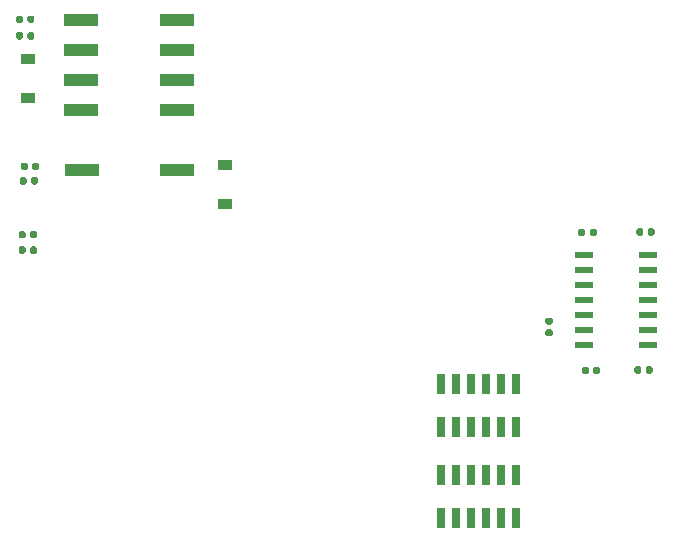
<source format=gbr>
G04 #@! TF.GenerationSoftware,KiCad,Pcbnew,5.1.6+dfsg1-1~bpo10+1*
G04 #@! TF.CreationDate,2021-06-19T16:41:49-04:00*
G04 #@! TF.ProjectId,RUSP_Daughterboard,52555350-5f44-4617-9567-68746572626f,rev?*
G04 #@! TF.SameCoordinates,Original*
G04 #@! TF.FileFunction,Paste,Bot*
G04 #@! TF.FilePolarity,Positive*
%FSLAX46Y46*%
G04 Gerber Fmt 4.6, Leading zero omitted, Abs format (unit mm)*
G04 Created by KiCad (PCBNEW 5.1.6+dfsg1-1~bpo10+1) date 2021-06-19 16:41:49*
%MOMM*%
%LPD*%
G01*
G04 APERTURE LIST*
%ADD10R,0.740000X1.675000*%
%ADD11R,1.500000X0.600000*%
%ADD12R,1.200000X0.900000*%
%ADD13R,3.000000X1.110000*%
G04 APERTURE END LIST*
G36*
G01*
X173180000Y-112677500D02*
X173180000Y-113022500D01*
G75*
G02*
X173032500Y-113170000I-147500J0D01*
G01*
X172737500Y-113170000D01*
G75*
G02*
X172590000Y-113022500I0J147500D01*
G01*
X172590000Y-112677500D01*
G75*
G02*
X172737500Y-112530000I147500J0D01*
G01*
X173032500Y-112530000D01*
G75*
G02*
X173180000Y-112677500I0J-147500D01*
G01*
G37*
G36*
G01*
X172210000Y-112677500D02*
X172210000Y-113022500D01*
G75*
G02*
X172062500Y-113170000I-147500J0D01*
G01*
X171767500Y-113170000D01*
G75*
G02*
X171620000Y-113022500I0J147500D01*
G01*
X171620000Y-112677500D01*
G75*
G02*
X171767500Y-112530000I147500J0D01*
G01*
X172062500Y-112530000D01*
G75*
G02*
X172210000Y-112677500I0J-147500D01*
G01*
G37*
G36*
G01*
X177490000Y-112972500D02*
X177490000Y-112627500D01*
G75*
G02*
X177637500Y-112480000I147500J0D01*
G01*
X177932500Y-112480000D01*
G75*
G02*
X178080000Y-112627500I0J-147500D01*
G01*
X178080000Y-112972500D01*
G75*
G02*
X177932500Y-113120000I-147500J0D01*
G01*
X177637500Y-113120000D01*
G75*
G02*
X177490000Y-112972500I0J147500D01*
G01*
G37*
G36*
G01*
X176520000Y-112972500D02*
X176520000Y-112627500D01*
G75*
G02*
X176667500Y-112480000I147500J0D01*
G01*
X176962500Y-112480000D01*
G75*
G02*
X177110000Y-112627500I0J-147500D01*
G01*
X177110000Y-112972500D01*
G75*
G02*
X176962500Y-113120000I-147500J0D01*
G01*
X176667500Y-113120000D01*
G75*
G02*
X176520000Y-112972500I0J147500D01*
G01*
G37*
G36*
G01*
X124610000Y-96027500D02*
X124610000Y-96372500D01*
G75*
G02*
X124462500Y-96520000I-147500J0D01*
G01*
X124167500Y-96520000D01*
G75*
G02*
X124020000Y-96372500I0J147500D01*
G01*
X124020000Y-96027500D01*
G75*
G02*
X124167500Y-95880000I147500J0D01*
G01*
X124462500Y-95880000D01*
G75*
G02*
X124610000Y-96027500I0J-147500D01*
G01*
G37*
G36*
G01*
X125580000Y-96027500D02*
X125580000Y-96372500D01*
G75*
G02*
X125432500Y-96520000I-147500J0D01*
G01*
X125137500Y-96520000D01*
G75*
G02*
X124990000Y-96372500I0J147500D01*
G01*
X124990000Y-96027500D01*
G75*
G02*
X125137500Y-95880000I147500J0D01*
G01*
X125432500Y-95880000D01*
G75*
G02*
X125580000Y-96027500I0J-147500D01*
G01*
G37*
G36*
G01*
X124835000Y-114177500D02*
X124835000Y-114522500D01*
G75*
G02*
X124687500Y-114670000I-147500J0D01*
G01*
X124392500Y-114670000D01*
G75*
G02*
X124245000Y-114522500I0J147500D01*
G01*
X124245000Y-114177500D01*
G75*
G02*
X124392500Y-114030000I147500J0D01*
G01*
X124687500Y-114030000D01*
G75*
G02*
X124835000Y-114177500I0J-147500D01*
G01*
G37*
G36*
G01*
X125805000Y-114177500D02*
X125805000Y-114522500D01*
G75*
G02*
X125657500Y-114670000I-147500J0D01*
G01*
X125362500Y-114670000D01*
G75*
G02*
X125215000Y-114522500I0J147500D01*
G01*
X125215000Y-114177500D01*
G75*
G02*
X125362500Y-114030000I147500J0D01*
G01*
X125657500Y-114030000D01*
G75*
G02*
X125805000Y-114177500I0J-147500D01*
G01*
G37*
G36*
G01*
X125970000Y-107077500D02*
X125970000Y-107422500D01*
G75*
G02*
X125822500Y-107570000I-147500J0D01*
G01*
X125527500Y-107570000D01*
G75*
G02*
X125380000Y-107422500I0J147500D01*
G01*
X125380000Y-107077500D01*
G75*
G02*
X125527500Y-106930000I147500J0D01*
G01*
X125822500Y-106930000D01*
G75*
G02*
X125970000Y-107077500I0J-147500D01*
G01*
G37*
G36*
G01*
X125000000Y-107077500D02*
X125000000Y-107422500D01*
G75*
G02*
X124852500Y-107570000I-147500J0D01*
G01*
X124557500Y-107570000D01*
G75*
G02*
X124410000Y-107422500I0J147500D01*
G01*
X124410000Y-107077500D01*
G75*
G02*
X124557500Y-106930000I147500J0D01*
G01*
X124852500Y-106930000D01*
G75*
G02*
X125000000Y-107077500I0J-147500D01*
G01*
G37*
G36*
G01*
X176960000Y-124327500D02*
X176960000Y-124672500D01*
G75*
G02*
X176812500Y-124820000I-147500J0D01*
G01*
X176517500Y-124820000D01*
G75*
G02*
X176370000Y-124672500I0J147500D01*
G01*
X176370000Y-124327500D01*
G75*
G02*
X176517500Y-124180000I147500J0D01*
G01*
X176812500Y-124180000D01*
G75*
G02*
X176960000Y-124327500I0J-147500D01*
G01*
G37*
G36*
G01*
X177930000Y-124327500D02*
X177930000Y-124672500D01*
G75*
G02*
X177782500Y-124820000I-147500J0D01*
G01*
X177487500Y-124820000D01*
G75*
G02*
X177340000Y-124672500I0J147500D01*
G01*
X177340000Y-124327500D01*
G75*
G02*
X177487500Y-124180000I147500J0D01*
G01*
X177782500Y-124180000D01*
G75*
G02*
X177930000Y-124327500I0J-147500D01*
G01*
G37*
G36*
G01*
X171920000Y-124722500D02*
X171920000Y-124377500D01*
G75*
G02*
X172067500Y-124230000I147500J0D01*
G01*
X172362500Y-124230000D01*
G75*
G02*
X172510000Y-124377500I0J-147500D01*
G01*
X172510000Y-124722500D01*
G75*
G02*
X172362500Y-124870000I-147500J0D01*
G01*
X172067500Y-124870000D01*
G75*
G02*
X171920000Y-124722500I0J147500D01*
G01*
G37*
G36*
G01*
X172890000Y-124722500D02*
X172890000Y-124377500D01*
G75*
G02*
X173037500Y-124230000I147500J0D01*
G01*
X173332500Y-124230000D01*
G75*
G02*
X173480000Y-124377500I0J-147500D01*
G01*
X173480000Y-124722500D01*
G75*
G02*
X173332500Y-124870000I-147500J0D01*
G01*
X173037500Y-124870000D01*
G75*
G02*
X172890000Y-124722500I0J147500D01*
G01*
G37*
G36*
G01*
X124610000Y-94627500D02*
X124610000Y-94972500D01*
G75*
G02*
X124462500Y-95120000I-147500J0D01*
G01*
X124167500Y-95120000D01*
G75*
G02*
X124020000Y-94972500I0J147500D01*
G01*
X124020000Y-94627500D01*
G75*
G02*
X124167500Y-94480000I147500J0D01*
G01*
X124462500Y-94480000D01*
G75*
G02*
X124610000Y-94627500I0J-147500D01*
G01*
G37*
G36*
G01*
X125580000Y-94627500D02*
X125580000Y-94972500D01*
G75*
G02*
X125432500Y-95120000I-147500J0D01*
G01*
X125137500Y-95120000D01*
G75*
G02*
X124990000Y-94972500I0J147500D01*
G01*
X124990000Y-94627500D01*
G75*
G02*
X125137500Y-94480000I147500J0D01*
G01*
X125432500Y-94480000D01*
G75*
G02*
X125580000Y-94627500I0J-147500D01*
G01*
G37*
G36*
G01*
X125795000Y-112852500D02*
X125795000Y-113197500D01*
G75*
G02*
X125647500Y-113345000I-147500J0D01*
G01*
X125352500Y-113345000D01*
G75*
G02*
X125205000Y-113197500I0J147500D01*
G01*
X125205000Y-112852500D01*
G75*
G02*
X125352500Y-112705000I147500J0D01*
G01*
X125647500Y-112705000D01*
G75*
G02*
X125795000Y-112852500I0J-147500D01*
G01*
G37*
G36*
G01*
X124825000Y-112852500D02*
X124825000Y-113197500D01*
G75*
G02*
X124677500Y-113345000I-147500J0D01*
G01*
X124382500Y-113345000D01*
G75*
G02*
X124235000Y-113197500I0J147500D01*
G01*
X124235000Y-112852500D01*
G75*
G02*
X124382500Y-112705000I147500J0D01*
G01*
X124677500Y-112705000D01*
G75*
G02*
X124825000Y-112852500I0J-147500D01*
G01*
G37*
G36*
G01*
X124910000Y-108302500D02*
X124910000Y-108647500D01*
G75*
G02*
X124762500Y-108795000I-147500J0D01*
G01*
X124467500Y-108795000D01*
G75*
G02*
X124320000Y-108647500I0J147500D01*
G01*
X124320000Y-108302500D01*
G75*
G02*
X124467500Y-108155000I147500J0D01*
G01*
X124762500Y-108155000D01*
G75*
G02*
X124910000Y-108302500I0J-147500D01*
G01*
G37*
G36*
G01*
X125880000Y-108302500D02*
X125880000Y-108647500D01*
G75*
G02*
X125732500Y-108795000I-147500J0D01*
G01*
X125437500Y-108795000D01*
G75*
G02*
X125290000Y-108647500I0J147500D01*
G01*
X125290000Y-108302500D01*
G75*
G02*
X125437500Y-108155000I147500J0D01*
G01*
X125732500Y-108155000D01*
G75*
G02*
X125880000Y-108302500I0J-147500D01*
G01*
G37*
D10*
X166375000Y-125660000D03*
X166375000Y-129340000D03*
X165105000Y-125660000D03*
X165105000Y-129340000D03*
X163835000Y-125660000D03*
X163835000Y-129340000D03*
X162565000Y-125660000D03*
X162565000Y-129340000D03*
X161295000Y-125660000D03*
X161295000Y-129340000D03*
X160025000Y-129340000D03*
X160025000Y-125660000D03*
X160025000Y-133360000D03*
X160025000Y-137040000D03*
X161295000Y-137040000D03*
X161295000Y-133360000D03*
X162565000Y-137040000D03*
X162565000Y-133360000D03*
X163835000Y-137040000D03*
X163835000Y-133360000D03*
X165105000Y-137040000D03*
X165105000Y-133360000D03*
X166375000Y-137040000D03*
X166375000Y-133360000D03*
G36*
G01*
X169322500Y-121630000D02*
X168977500Y-121630000D01*
G75*
G02*
X168830000Y-121482500I0J147500D01*
G01*
X168830000Y-121187500D01*
G75*
G02*
X168977500Y-121040000I147500J0D01*
G01*
X169322500Y-121040000D01*
G75*
G02*
X169470000Y-121187500I0J-147500D01*
G01*
X169470000Y-121482500D01*
G75*
G02*
X169322500Y-121630000I-147500J0D01*
G01*
G37*
G36*
G01*
X169322500Y-120660000D02*
X168977500Y-120660000D01*
G75*
G02*
X168830000Y-120512500I0J147500D01*
G01*
X168830000Y-120217500D01*
G75*
G02*
X168977500Y-120070000I147500J0D01*
G01*
X169322500Y-120070000D01*
G75*
G02*
X169470000Y-120217500I0J-147500D01*
G01*
X169470000Y-120512500D01*
G75*
G02*
X169322500Y-120660000I-147500J0D01*
G01*
G37*
D11*
X172150000Y-122410000D03*
X172150000Y-121140000D03*
X172150000Y-119870000D03*
X172150000Y-118600000D03*
X172150000Y-117330000D03*
X172150000Y-116060000D03*
X172150000Y-114790000D03*
X177550000Y-114790000D03*
X177550000Y-116060000D03*
X177550000Y-117330000D03*
X177550000Y-118600000D03*
X177550000Y-119870000D03*
X177550000Y-121140000D03*
X177550000Y-122410000D03*
D12*
X125000000Y-101450000D03*
X125000000Y-98150000D03*
X141700000Y-110450000D03*
X141700000Y-107150000D03*
D13*
X129630000Y-107530000D03*
X129502000Y-102450000D03*
X129502000Y-99910000D03*
X129502000Y-97370000D03*
X129502000Y-94830000D03*
X137630000Y-94830000D03*
X137630000Y-97370000D03*
X137630000Y-99910000D03*
X137630000Y-102450000D03*
X137630000Y-107530000D03*
M02*

</source>
